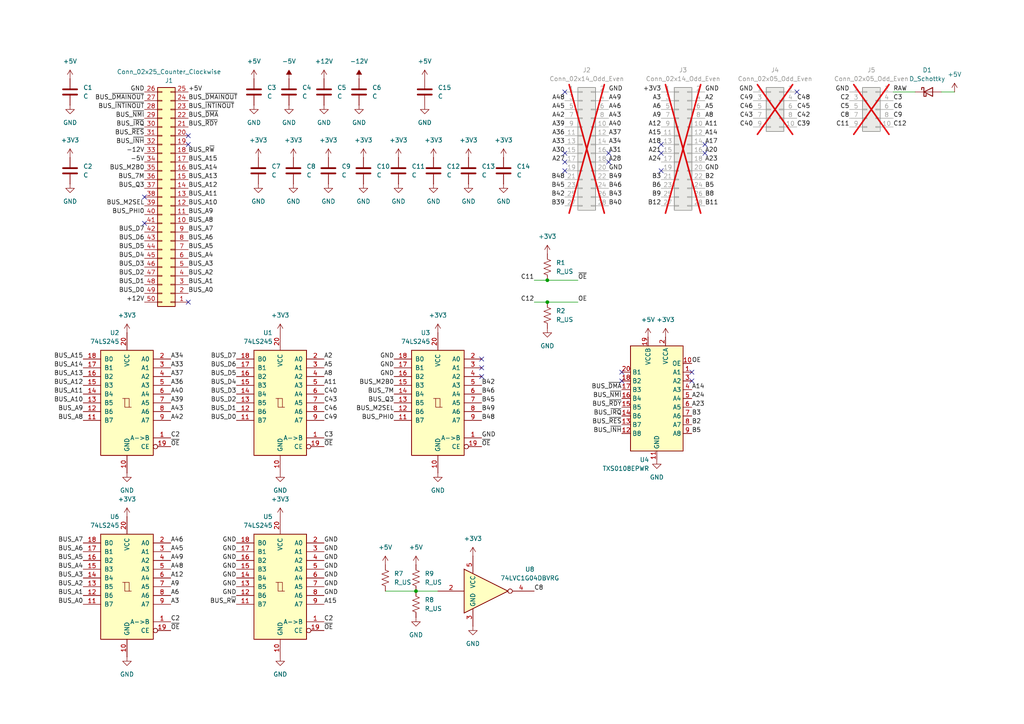
<source format=kicad_sch>
(kicad_sch (version 20231120) (generator "eeschema") (generator_version "8.0")
  (paper "A4")
  (lib_symbols
    (symbol "74xGxx:74LVC1G04"
      (property "Reference" "U" (at 0 7.62 0))
      (property "Value" "74LVC1G04" (at 5.08 -7.62 0))
      (symbol "74LVC1G04_1_1"
        (pin input line (at -15.24 0 0) (length 7.62) (name "~") (number "2"))
        (pin power_in line (at -5.08 -10.16 90) (length 5.08) (name "GND") (number "3"))
        (pin output inverted (at 12.7 0 180) (length 7.62) (name "~") (number "4"))
        (pin power_in line (at -5.08 10.16 270) (length 5.08) (name "VCC") (number "5"))
      )
    )
    (symbol "74xx:74LS245" (pin_names (offset 1.016))
      (property "Reference" "U" (at -7.62 16.51 0))
      (property "Value" "74LS245" (at -7.62 -16.51 0))
      (symbol "74LS245_1_0"
        (pin input line (at -12.7 -10.16 0) (length 5.08) (name "A->B") (number "1"))
        (pin power_in line (at 0 -20.32 90) (length 5.08) (name "GND") (number "10"))
        (pin tri_state line (at 12.7 -5.08 180) (length 5.08) (name "B7") (number "11"))
        (pin tri_state line (at 12.7 -2.54 180) (length 5.08) (name "B6") (number "12"))
        (pin tri_state line (at 12.7 0 180) (length 5.08) (name "B5") (number "13"))
        (pin tri_state line (at 12.7 2.54 180) (length 5.08) (name "B4") (number "14"))
        (pin tri_state line (at 12.7 5.08 180) (length 5.08) (name "B3") (number "15"))
        (pin tri_state line (at 12.7 7.62 180) (length 5.08) (name "B2") (number "16"))
        (pin tri_state line (at 12.7 10.16 180) (length 5.08) (name "B1") (number "17"))
        (pin tri_state line (at 12.7 12.7 180) (length 5.08) (name "B0") (number "18"))
        (pin input inverted (at -12.7 -12.7 0) (length 5.08) (name "CE") (number "19"))
        (pin tri_state line (at -12.7 12.7 0) (length 5.08) (name "A0") (number "2"))
        (pin power_in line (at 0 20.32 270) (length 5.08) (name "VCC") (number "20"))
        (pin tri_state line (at -12.7 10.16 0) (length 5.08) (name "A1") (number "3"))
        (pin tri_state line (at -12.7 7.62 0) (length 5.08) (name "A2") (number "4"))
        (pin tri_state line (at -12.7 5.08 0) (length 5.08) (name "A3") (number "5"))
        (pin tri_state line (at -12.7 2.54 0) (length 5.08) (name "A4") (number "6"))
        (pin tri_state line (at -12.7 0 0) (length 5.08) (name "A5") (number "7"))
        (pin tri_state line (at -12.7 -2.54 0) (length 5.08) (name "A6") (number "8"))
        (pin tri_state line (at -12.7 -5.08 0) (length 5.08) (name "A7") (number "9"))
      )
    )
    (symbol "Connector_Generic:Conn_02x05_Odd_Even" (pin_names (offset 1.016) hide)
      (property "Reference" "J" (at 1.27 7.62 0))
      (property "Value" "Conn_02x05_Odd_Even" (at 1.27 -7.62 0))
      (symbol "Conn_02x05_Odd_Even_1_1"
        (pin passive line (at -5.08 5.08 0) (length 3.81) (name "Pin_1") (number "1"))
        (pin passive line (at 7.62 -5.08 180) (length 3.81) (name "Pin_10") (number "10"))
        (pin passive line (at 7.62 5.08 180) (length 3.81) (name "Pin_2") (number "2"))
        (pin passive line (at -5.08 2.54 0) (length 3.81) (name "Pin_3") (number "3"))
        (pin passive line (at 7.62 2.54 180) (length 3.81) (name "Pin_4") (number "4"))
        (pin passive line (at -5.08 0 0) (length 3.81) (name "Pin_5") (number "5"))
        (pin passive line (at 7.62 0 180) (length 3.81) (name "Pin_6") (number "6"))
        (pin passive line (at -5.08 -2.54 0) (length 3.81) (name "Pin_7") (number "7"))
        (pin passive line (at 7.62 -2.54 180) (length 3.81) (name "Pin_8") (number "8"))
        (pin passive line (at -5.08 -5.08 0) (length 3.81) (name "Pin_9") (number "9"))
      )
    )
    (symbol "Connector_Generic:Conn_02x14_Odd_Even" (pin_names (offset 1.016) hide)
      (property "Reference" "J" (at 1.27 17.78 0))
      (property "Value" "Conn_02x14_Odd_Even" (at 1.27 -20.32 0))
      (symbol "Conn_02x14_Odd_Even_1_1"
        (pin passive line (at -5.08 15.24 0) (length 3.81) (name "Pin_1") (number "1"))
        (pin passive line (at 7.62 5.08 180) (length 3.81) (name "Pin_10") (number "10"))
        (pin passive line (at -5.08 2.54 0) (length 3.81) (name "Pin_11") (number "11"))
        (pin passive line (at 7.62 2.54 180) (length 3.81) (name "Pin_12") (number "12"))
        (pin passive line (at -5.08 0 0) (length 3.81) (name "Pin_13") (number "13"))
        (pin passive line (at 7.62 0 180) (length 3.81) (name "Pin_14") (number "14"))
        (pin passive line (at -5.08 -2.54 0) (length 3.81) (name "Pin_15") (number "15"))
        (pin passive line (at 7.62 -2.54 180) (length 3.81) (name "Pin_16") (number "16"))
        (pin passive line (at -5.08 -5.08 0) (length 3.81) (name "Pin_17") (number "17"))
        (pin passive line (at 7.62 -5.08 180) (length 3.81) (name "Pin_18") (number "18"))
        (pin passive line (at -5.08 -7.62 0) (length 3.81) (name "Pin_19") (number "19"))
        (pin passive line (at 7.62 15.24 180) (length 3.81) (name "Pin_2") (number "2"))
        (pin passive line (at 7.62 -7.62 180) (length 3.81) (name "Pin_20") (number "20"))
        (pin passive line (at -5.08 -10.16 0) (length 3.81) (name "Pin_21") (number "21"))
        (pin passive line (at 7.62 -10.16 180) (length 3.81) (name "Pin_22") (number "22"))
        (pin passive line (at -5.08 -12.7 0) (length 3.81) (name "Pin_23") (number "23"))
        (pin passive line (at 7.62 -12.7 180) (length 3.81) (name "Pin_24") (number "24"))
        (pin passive line (at -5.08 -15.24 0) (length 3.81) (name "Pin_25") (number "25"))
        (pin passive line (at 7.62 -15.24 180) (length 3.81) (name "Pin_26") (number "26"))
        (pin passive line (at -5.08 -17.78 0) (length 3.81) (name "Pin_27") (number "27"))
        (pin passive line (at 7.62 -17.78 180) (length 3.81) (name "Pin_28") (number "28"))
        (pin passive line (at -5.08 12.7 0) (length 3.81) (name "Pin_3") (number "3"))
        (pin passive line (at 7.62 12.7 180) (length 3.81) (name "Pin_4") (number "4"))
        (pin passive line (at -5.08 10.16 0) (length 3.81) (name "Pin_5") (number "5"))
        (pin passive line (at 7.62 10.16 180) (length 3.81) (name "Pin_6") (number "6"))
        (pin passive line (at -5.08 7.62 0) (length 3.81) (name "Pin_7") (number "7"))
        (pin passive line (at 7.62 7.62 180) (length 3.81) (name "Pin_8") (number "8"))
        (pin passive line (at -5.08 5.08 0) (length 3.81) (name "Pin_9") (number "9"))
      )
    )
    (symbol "Connector_Generic:Conn_02x25_Counter_Clockwise" (pin_names (offset 1.016) hide)
      (property "Reference" "J" (at 1.27 33.02 0))
      (property "Value" "Conn_02x25_Counter_Clockwise" (at 1.27 -33.02 0))
      (symbol "Conn_02x25_Counter_Clockwise_1_1"
        (pin passive line (at -5.08 30.48 0) (length 3.81) (name "Pin_1") (number "1"))
        (pin passive line (at -5.08 7.62 0) (length 3.81) (name "Pin_10") (number "10"))
        (pin passive line (at -5.08 5.08 0) (length 3.81) (name "Pin_11") (number "11"))
        (pin passive line (at -5.08 2.54 0) (length 3.81) (name "Pin_12") (number "12"))
        (pin passive line (at -5.08 0 0) (length 3.81) (name "Pin_13") (number "13"))
        (pin passive line (at -5.08 -2.54 0) (length 3.81) (name "Pin_14") (number "14"))
        (pin passive line (at -5.08 -5.08 0) (length 3.81) (name "Pin_15") (number "15"))
        (pin passive line (at -5.08 -7.62 0) (length 3.81) (name "Pin_16") (number "16"))
        (pin passive line (at -5.08 -10.16 0) (length 3.81) (name "Pin_17") (number "17"))
        (pin passive line (at -5.08 -12.7 0) (length 3.81) (name "Pin_18") (number "18"))
        (pin passive line (at -5.08 -15.24 0) (length 3.81) (name "Pin_19") (number "19"))
        (pin passive line (at -5.08 27.94 0) (length 3.81) (name "Pin_2") (number "2"))
        (pin passive line (at -5.08 -17.78 0) (length 3.81) (name "Pin_20") (number "20"))
        (pin passive line (at -5.08 -20.32 0) (length 3.81) (name "Pin_21") (number "21"))
        (pin passive line (at -5.08 -22.86 0) (length 3.81) (name "Pin_22") (number "22"))
        (pin passive line (at -5.08 -25.4 0) (length 3.81) (name "Pin_23") (number "23"))
        (pin passive line (at -5.08 -27.94 0) (length 3.81) (name "Pin_24") (number "24"))
        (pin passive line (at -5.08 -30.48 0) (length 3.81) (name "Pin_25") (number "25"))
        (pin passive line (at 7.62 -30.48 180) (length 3.81) (name "Pin_26") (number "26"))
        (pin passive line (at 7.62 -27.94 180) (length 3.81) (name "Pin_27") (number "27"))
        (pin passive line (at 7.62 -25.4 180) (length 3.81) (name "Pin_28") (number "28"))
        (pin passive line (at 7.62 -22.86 180) (length 3.81) (name "Pin_29") (number "29"))
        (pin passive line (at -5.08 25.4 0) (length 3.81) (name "Pin_3") (number "3"))
        (pin passive line (at 7.62 -20.32 180) (length 3.81) (name "Pin_30") (number "30"))
        (pin passive line (at 7.62 -17.78 180) (length 3.81) (name "Pin_31") (number "31"))
        (pin passive line (at 7.62 -15.24 180) (length 3.81) (name "Pin_32") (number "32"))
        (pin passive line (at 7.62 -12.7 180) (length 3.81) (name "Pin_33") (number "33"))
        (pin passive line (at 7.62 -10.16 180) (length 3.81) (name "Pin_34") (number "34"))
        (pin passive line (at 7.62 -7.62 180) (length 3.81) (name "Pin_35") (number "35"))
        (pin passive line (at 7.62 -5.08 180) (length 3.81) (name "Pin_36") (number "36"))
        (pin passive line (at 7.62 -2.54 180) (length 3.81) (name "Pin_37") (number "37"))
        (pin passive line (at 7.62 0 180) (length 3.81) (name "Pin_38") (number "38"))
        (pin passive line (at 7.62 2.54 180) (length 3.81) (name "Pin_39") (number "39"))
        (pin passive line (at -5.08 22.86 0) (length 3.81) (name "Pin_4") (number "4"))
        (pin passive line (at 7.62 5.08 180) (length 3.81) (name "Pin_40") (number "40"))
        (pin passive line (at 7.62 7.62 180) (length 3.81) (name "Pin_41") (number "41"))
        (pin passive line (at 7.62 10.16 180) (length 3.81) (name "Pin_42") (number "42"))
        (pin passive line (at 7.62 12.7 180) (length 3.81) (name "Pin_43") (number "43"))
        (pin passive line (at 7.62 15.24 180) (length 3.81) (name "Pin_44") (number "44"))
        (pin passive line (at 7.62 17.78 180) (length 3.81) (name "Pin_45") (number "45"))
        (pin passive line (at 7.62 20.32 180) (length 3.81) (name "Pin_46") (number "46"))
        (pin passive line (at 7.62 22.86 180) (length 3.81) (name "Pin_47") (number "47"))
        (pin passive line (at 7.62 25.4 180) (length 3.81) (name "Pin_48") (number "48"))
        (pin passive line (at 7.62 27.94 180) (length 3.81) (name "Pin_49") (number "49"))
        (pin passive line (at -5.08 20.32 0) (length 3.81) (name "Pin_5") (number "5"))
        (pin passive line (at 7.62 30.48 180) (length 3.81) (name "Pin_50") (number "50"))
        (pin passive line (at -5.08 17.78 0) (length 3.81) (name "Pin_6") (number "6"))
        (pin passive line (at -5.08 15.24 0) (length 3.81) (name "Pin_7") (number "7"))
        (pin passive line (at -5.08 12.7 0) (length 3.81) (name "Pin_8") (number "8"))
        (pin passive line (at -5.08 10.16 0) (length 3.81) (name "Pin_9") (number "9"))
      )
    )
    (symbol "Device:C" (pin_numbers hide) (pin_names (offset 0.254))
      (property "Reference" "C" (at 0.635 2.54 0))
      (property "Value" "C" (at 0.635 -2.54 0))
      (symbol "C_1_1"
        (pin passive line (at 0 3.81 270) (length 2.794) (name "~") (number "1"))
        (pin passive line (at 0 -3.81 90) (length 2.794) (name "~") (number "2"))
      )
    )
    (symbol "Device:D_Schottky" (pin_numbers hide) (pin_names (offset 1.016) hide)
      (property "Reference" "D" (at 0 2.54 0))
      (property "Value" "D_Schottky" (at 0 -2.54 0))
      (symbol "D_Schottky_1_1"
        (pin passive line (at -3.81 0 0) (length 2.54) (name "K") (number "1"))
        (pin passive line (at 3.81 0 180) (length 2.54) (name "A") (number "2"))
      )
    )
    (symbol "Device:R_US" (pin_numbers hide) (pin_names (offset 0))
      (property "Reference" "R" (at 2.54 0 90))
      (property "Value" "R_US" (at -2.54 0 90))
      (symbol "R_US_1_1"
        (pin passive line (at 0 3.81 270) (length 1.27) (name "~") (number "1"))
        (pin passive line (at 0 -3.81 90) (length 1.27) (name "~") (number "2"))
      )
    )
    (symbol "Logic_LevelTranslator:TXS0108EPW"
      (property "Reference" "U" (at -6.35 16.51 0))
      (property "Value" "TXS0108EPW" (at 3.81 16.51 0))
      (symbol "TXS0108EPW_1_1"
        (pin bidirectional line (at -10.16 7.62 0) (length 2.54) (name "A1") (number "1"))
        (pin input line (at -10.16 10.16 0) (length 2.54) (name "OE") (number "10"))
        (pin power_in line (at 0 -17.78 90) (length 2.54) (name "GND") (number "11"))
        (pin bidirectional line (at 10.16 -10.16 180) (length 2.54) (name "B8") (number "12"))
        (pin bidirectional line (at 10.16 -7.62 180) (length 2.54) (name "B7") (number "13"))
        (pin bidirectional line (at 10.16 -5.08 180) (length 2.54) (name "B6") (number "14"))
        (pin bidirectional line (at 10.16 -2.54 180) (length 2.54) (name "B5") (number "15"))
        (pin bidirectional line (at 10.16 0 180) (length 2.54) (name "B4") (number "16"))
        (pin bidirectional line (at 10.16 2.54 180) (length 2.54) (name "B3") (number "17"))
        (pin bidirectional line (at 10.16 5.08 180) (length 2.54) (name "B2") (number "18"))
        (pin power_in line (at 2.54 17.78 270) (length 2.54) (name "VCCB") (number "19"))
        (pin power_in line (at -2.54 17.78 270) (length 2.54) (name "VCCA") (number "2"))
        (pin bidirectional line (at 10.16 7.62 180) (length 2.54) (name "B1") (number "20"))
        (pin bidirectional line (at -10.16 5.08 0) (length 2.54) (name "A2") (number "3"))
        (pin bidirectional line (at -10.16 2.54 0) (length 2.54) (name "A3") (number "4"))
        (pin bidirectional line (at -10.16 0 0) (length 2.54) (name "A4") (number "5"))
        (pin bidirectional line (at -10.16 -2.54 0) (length 2.54) (name "A5") (number "6"))
        (pin bidirectional line (at -10.16 -5.08 0) (length 2.54) (name "A6") (number "7"))
        (pin bidirectional line (at -10.16 -7.62 0) (length 2.54) (name "A7") (number "8"))
        (pin bidirectional line (at -10.16 -10.16 0) (length 2.54) (name "A8") (number "9"))
      )
    )
    (symbol "power:+12V" (power) (pin_numbers hide) (pin_names (offset 0) hide)
      (property "Value" "+12V" (at 0 3.556 0))
      (symbol "+12V_1_1"
        (pin power_in line (at 0 0 90) (length 0) (name "~") (number "1"))
      )
    )
    (symbol "power:+3V3" (power) (pin_numbers hide) (pin_names (offset 0) hide)
      (property "Value" "+3V3" (at 0 3.556 0))
      (symbol "+3V3_1_1"
        (pin power_in line (at 0 0 90) (length 0) (name "~") (number "1"))
      )
    )
    (symbol "power:+5V" (power) (pin_numbers hide) (pin_names (offset 0) hide)
      (property "Value" "+5V" (at 0 3.556 0))
      (symbol "+5V_1_1"
        (pin power_in line (at 0 0 90) (length 0) (name "~") (number "1"))
      )
    )
    (symbol "power:-12V" (power) (pin_numbers hide) (pin_names (offset 0) hide)
      (property "Value" "-12V" (at 0 3.556 0))
      (symbol "-12V_0_0"
        (pin power_in line (at 0 0 90) (length 0) (name "~") (number "1"))
      )
    )
    (symbol "power:-5V" (power) (pin_numbers hide) (pin_names (offset 0) hide)
      (property "Value" "-5V" (at 0 3.556 0))
      (symbol "-5V_0_0"
        (pin power_in line (at 0 0 90) (length 0) (name "~") (number "1"))
      )
    )
    (symbol "power:GND" (power) (pin_numbers hide) (pin_names (offset 0) hide)
      (property "Value" "GND" (at 0 -3.81 0))
      (symbol "GND_1_1"
        (pin power_in line (at 0 0 270) (length 0) (name "~") (number "1"))
      )
    )
  )
  (junction (at 158.75 81.28))
  (junction (at 158.75 87.63))
  (junction (at 120.65 171.45))
  (no_connect (at 191.77 41.91))
  (no_connect (at 163.83 49.53))
  (no_connect (at 231.14 26.67))
  (no_connect (at 204.47 41.91))
  (no_connect (at 180.34 110.49))
  (no_connect (at 139.7 106.68))
  (no_connect (at 200.66 107.95))
  (no_connect (at 54.61 39.37))
  (no_connect (at 200.66 110.49))
  (no_connect (at 54.61 41.91))
  (no_connect (at 180.34 107.95))
  (no_connect (at 139.7 104.14))
  (no_connect (at 163.83 46.99))
  (no_connect (at 163.83 26.67))
  (no_connect (at 204.47 44.45))
  (no_connect (at 191.77 44.45))
  (no_connect (at 41.91 57.15))
  (no_connect (at 41.91 64.77))
  (no_connect (at 176.53 44.45))
  (no_connect (at 139.7 109.22))
  (no_connect (at 163.83 44.45))
  (no_connect (at 54.61 87.63))
  (no_connect (at 191.77 49.53))
  (no_connect (at 176.53 46.99))
  (wire (pts (xy 154.94 81.28) (xy 158.75 81.28)))
  (wire (pts (xy 276.86 26.67) (xy 273.05 26.67)))
  (wire (pts (xy 158.75 81.28) (xy 167.64 81.28)))
  (wire (pts (xy 111.76 171.45) (xy 120.65 171.45)))
  (wire (pts (xy 158.75 87.63) (xy 167.64 87.63)))
  (wire (pts (xy 154.94 87.63) (xy 158.75 87.63)))
  (wire (pts (xy 265.43 26.67) (xy 259.08 26.67)))
  (wire (pts (xy 120.65 171.45) (xy 127 171.45)))
  (label "BUS_A8" (at 24.13 121.92 180))
  (label "A48" (at 49.53 165.1 0))
  (label "A24" (at 200.66 115.57 0))
  (label "GND" (at 204.47 49.53 0))
  (label "GND" (at 68.58 167.64 180))
  (label "A40" (at 49.53 114.3 0))
  (label "C3" (at 259.08 29.21 0))
  (label "A46" (at 176.53 31.75 0))
  (label "BUS_A8" (at 54.61 64.77 0))
  (label "C39" (at 231.14 36.83 0))
  (label "C43" (at 218.44 34.29 180))
  (label "GND" (at 93.98 160.02 0))
  (label "GND" (at 176.53 26.67 0))
  (label "A36" (at 49.53 111.76 0))
  (label "C3" (at 93.98 127 0))
  (label "A39" (at 49.53 116.84 0))
  (label "BUS_A11" (at 24.13 114.3 180))
  (label "A11" (at 204.47 36.83 0))
  (label "BUS_~{DMAINOUT}" (at 41.91 29.21 180))
  (label "B43" (at 176.53 57.15 0))
  (label "BUS_A10" (at 24.13 116.84 180))
  (label "GND" (at 204.47 26.67 0))
  (label "BUS_D5" (at 68.58 109.22 180))
  (label "B11" (at 204.47 59.69 0))
  (label "BUS_Q3" (at 41.91 54.61 180))
  (label "BUS_R~{W}" (at 54.61 44.45 0))
  (label "A33" (at 163.83 41.91 180))
  (label "C2" (at 49.53 127 0))
  (label "BUS_D4" (at 41.91 74.93 180))
  (label "C46" (at 93.98 119.38 0))
  (label "BUS_A4" (at 54.61 74.93 0))
  (label "BUS_A7" (at 24.13 157.48 180))
  (label "BUS_PHI0" (at 41.91 62.23 180))
  (label "A31" (at 176.53 44.45 0))
  (label "BUS_R~{W}" (at 68.58 175.26 180))
  (label "B8" (at 204.47 57.15 0))
  (label "A23" (at 200.66 118.11 0))
  (label "BUS_~{INH}" (at 41.91 41.91 180))
  (label "B46" (at 139.7 114.3 0))
  (label "BUS_~{RDY}" (at 54.61 36.83 0))
  (label "GND" (at 68.58 157.48 180))
  (label "C2" (at 246.38 29.21 180))
  (label "BUS_A4" (at 24.13 165.1 180))
  (label "BUS_D7" (at 41.91 67.31 180))
  (label "BUS_D2" (at 41.91 80.01 180))
  (label "BUS_A1" (at 24.13 172.72 180))
  (label "C11" (at 246.38 36.83 180))
  (label "B49" (at 176.53 52.07 0))
  (label "A43" (at 176.53 34.29 0))
  (label "OE" (at 167.64 87.63 0))
  (label "A2" (at 93.98 104.14 0))
  (label "A36" (at 163.83 39.37 180))
  (label "BUS_M2SEL" (at 114.3 119.38 180))
  (label "C2" (at 93.98 180.34 0))
  (label "BUS_A0" (at 54.61 85.09 0))
  (label "A3" (at 191.77 29.21 180))
  (label "BUS_~{DMAINOUT}" (at 54.61 29.21 0))
  (label "GND" (at 114.3 109.22 180))
  (label "A14" (at 204.47 39.37 0))
  (label "-12V" (at 41.91 44.45 180))
  (label "BUS_A5" (at 24.13 162.56 180))
  (label "A39" (at 163.83 36.83 180))
  (label "BUS_A2" (at 24.13 170.18 180))
  (label "B42" (at 139.7 111.76 0))
  (label "BUS_PHI0" (at 114.3 121.92 180))
  (label "A2" (at 204.47 29.21 0))
  (label "A12" (at 191.77 36.83 180))
  (label "A18" (at 191.77 41.91 180))
  (label "GND" (at 93.98 157.48 0))
  (label "BUS_D4" (at 68.58 111.76 180))
  (label "A5" (at 204.47 31.75 0))
  (label "A9" (at 49.53 170.18 0))
  (label "A21" (at 191.77 44.45 180))
  (label "BUS_A13" (at 54.61 52.07 0))
  (label "A49" (at 176.53 29.21 0))
  (label "C12" (at 259.08 36.83 0))
  (label "BUS_A10" (at 54.61 59.69 0))
  (label "B5" (at 200.66 125.73 0))
  (label "A23" (at 204.47 46.99 0))
  (label "BUS_~{IRQ}" (at 41.91 36.83 180))
  (label "A15" (at 93.98 175.26 0))
  (label "BUS_D0" (at 41.91 85.09 180))
  (label "BUS_A15" (at 54.61 46.99 0))
  (label "OE" (at 200.66 105.41 0))
  (label "B3" (at 200.66 120.65 0))
  (label "A11" (at 93.98 111.76 0))
  (label "A28" (at 176.53 46.99 0))
  (label "C8" (at 246.38 34.29 180))
  (label "GND" (at 218.44 26.67 180))
  (label "C40" (at 93.98 114.3 0))
  (label "B48" (at 139.7 121.92 0))
  (label "A42" (at 49.53 121.92 0))
  (label "A45" (at 49.53 160.02 0))
  (label "A12" (at 49.53 167.64 0))
  (label "BUS_D3" (at 41.91 77.47 180))
  (label "A6" (at 191.77 31.75 180))
  (label "BUS_A14" (at 54.61 49.53 0))
  (label "B45" (at 139.7 116.84 0))
  (label "A8" (at 204.47 34.29 0))
  (label "A20" (at 204.47 44.45 0))
  (label "GND" (at 68.58 162.56 180))
  (label "A5" (at 93.98 106.68 0))
  (label "BUS_M2B0" (at 41.91 49.53 180))
  (label "A43" (at 49.53 119.38 0))
  (label "B2" (at 200.66 123.19 0))
  (label "B49" (at 139.7 119.38 0))
  (label "A37" (at 49.53 109.22 0))
  (label "C5" (at 246.38 31.75 180))
  (label "BUS_Q3" (at 114.3 116.84 180))
  (label "GND" (at 68.58 170.18 180))
  (label "BUS_A0" (at 24.13 175.26 180))
  (label "+12V" (at 41.91 87.63 180))
  (label "BUS_~{INTINOUT}" (at 54.61 31.75 0))
  (label "A34" (at 49.53 104.14 0))
  (label "A17" (at 204.47 41.91 0))
  (label "C48" (at 231.14 29.21 0))
  (label "A3" (at 49.53 175.26 0))
  (label "GND" (at 68.58 165.1 180))
  (label "BUS_D2" (at 68.58 116.84 180))
  (label "A24" (at 191.77 46.99 180))
  (label "B9" (at 191.77 57.15 180))
  (label "B3" (at 191.77 52.07 180))
  (label "B48" (at 163.83 52.07 180))
  (label "BUS_~{RES}" (at 41.91 39.37 180))
  (label "+5V" (at 54.61 26.67 0))
  (label "GND" (at 139.7 127 0))
  (label "BUS_A6" (at 24.13 160.02 180))
  (label "A27" (at 163.83 46.99 180))
  (label "B12" (at 191.77 59.69 180))
  (label "A34" (at 176.53 41.91 0))
  (label "B42" (at 163.83 57.15 180))
  (label "BUS_D3" (at 68.58 114.3 180))
  (label "C45" (at 231.14 31.75 0))
  (label "A8" (at 93.98 109.22 0))
  (label "A30" (at 163.83 44.45 180))
  (label "BUS_A9" (at 24.13 119.38 180))
  (label "C6" (at 259.08 31.75 0))
  (label "BUS_A12" (at 24.13 111.76 180))
  (label "A46" (at 49.53 157.48 0))
  (label "BUS_~{INH}" (at 180.34 125.73 180))
  (label "~{OE}" (at 49.53 129.54 0))
  (label "~{OE}" (at 167.64 81.28 0))
  (label "C8" (at 154.94 171.45 0))
  (label "C49" (at 218.44 29.21 180))
  (label "BUS_D7" (at 68.58 104.14 180))
  (label "BUS_A5" (at 54.61 72.39 0))
  (label "BUS_D6" (at 68.58 106.68 180))
  (label "BUS_~{INTINOUT}" (at 41.91 31.75 180))
  (label "B5" (at 204.47 54.61 0))
  (label "BUS_A14" (at 24.13 106.68 180))
  (label "BUS_M2SEL" (at 41.91 59.69 180))
  (label "BUS_A6" (at 54.61 69.85 0))
  (label "C11" (at 154.94 81.28 180))
  (label "B39" (at 163.83 59.69 180))
  (label "B45" (at 163.83 54.61 180))
  (label "A45" (at 163.83 31.75 180))
  (label "A42" (at 163.83 34.29 180))
  (label "BUS_~{NMI}" (at 180.34 115.57 180))
  (label "BUS_~{RDY}" (at 180.34 118.11 180))
  (label "GND" (at 93.98 162.56 0))
  (label "A49" (at 49.53 162.56 0))
  (label "C43" (at 93.98 116.84 0))
  (label "GND" (at 176.53 49.53 0))
  (label "RAW" (at 259.08 26.67 0))
  (label "A37" (at 176.53 39.37 0))
  (label "BUS_A2" (at 54.61 80.01 0))
  (label "BUS_D5" (at 41.91 72.39 180))
  (label "C9" (at 259.08 34.29 0))
  (label "GND" (at 93.98 170.18 0))
  (label "~{OE}" (at 93.98 129.54 0))
  (label "C12" (at 154.94 87.63 180))
  (label "BUS_~{DMA}" (at 54.61 34.29 0))
  (label "GND" (at 114.3 104.14 180))
  (label "BUS_D0" (at 68.58 121.92 180))
  (label "B2" (at 204.47 52.07 0))
  (label "GND" (at 246.38 26.67 180))
  (label "B46" (at 176.53 54.61 0))
  (label "BUS_~{NMI}" (at 41.91 34.29 180))
  (label "BUS_A15" (at 24.13 104.14 180))
  (label "GND" (at 68.58 160.02 180))
  (label "+3V3" (at 191.77 26.67 180))
  (label "A15" (at 191.77 39.37 180))
  (label "GND" (at 93.98 165.1 0))
  (label "BUS_D6" (at 41.91 69.85 180))
  (label "A48" (at 163.83 29.21 180))
  (label "BUS_A7" (at 54.61 67.31 0))
  (label "GND" (at 114.3 106.68 180))
  (label "-5V" (at 41.91 46.99 180))
  (label "A40" (at 176.53 36.83 0))
  (label "A14" (at 200.66 113.03 0))
  (label "B6" (at 191.77 54.61 180))
  (label "BUS_A11" (at 54.61 57.15 0))
  (label "B40" (at 176.53 59.69 0))
  (label "BUS_A13" (at 24.13 109.22 180))
  (label "C40" (at 218.44 36.83 180))
  (label "GND" (at 41.91 26.67 180))
  (label "C2" (at 49.53 180.34 0))
  (label "~{OE}" (at 139.7 129.54 0))
  (label "BUS_A1" (at 54.61 82.55 0))
  (label "BUS_7M" (at 114.3 114.3 180))
  (label "A33" (at 49.53 106.68 0))
  (label "A9" (at 191.77 34.29 180))
  (label "~{OE}" (at 93.98 182.88 0))
  (label "BUS_D1" (at 41.91 82.55 180))
  (label "BUS_A12" (at 54.61 54.61 0))
  (label "C46" (at 218.44 31.75 180))
  (label "GND" (at 93.98 172.72 0))
  (label "BUS_~{DMA}" (at 180.34 113.03 180))
  (label "GND" (at 93.98 167.64 0))
  (label "BUS_~{IRQ}" (at 180.34 120.65 180))
  (label "A6" (at 49.53 172.72 0))
  (label "GND" (at 68.58 172.72 180))
  (label "C49" (at 93.98 121.92 0))
  (label "BUS_M2B0" (at 114.3 111.76 180))
  (label "BUS_D1" (at 68.58 119.38 180))
  (label "~{OE}" (at 49.53 182.88 0))
  (label "BUS_~{RES}" (at 180.34 123.19 180))
  (label "C42" (at 231.14 34.29 0))
  (label "BUS_A3" (at 54.61 77.47 0))
  (label "BUS_A9" (at 54.61 62.23 0))
  (label "BUS_A3" (at 24.13 167.64 180))
  (label "BUS_7M" (at 41.91 52.07 180))
  (symbol (lib_id "power:+3V3") (at 81.28 96.52 0) (unit 1)
    (property "Reference" "#PWR045" (effects (hide yes)))
    (property "Value" "+3V3" (at 81.28 91.44 0))
    (property "Description" "Power symbol creates a global label with name \"+3V3\"" (effects (hide yes)))
  )
  (symbol (lib_id "power:+3V3") (at 135.89 45.72 0) (unit 1)
    (property "Reference" "#PWR020" (effects (hide yes)))
    (property "Value" "+3V3" (at 135.89 40.64 0))
    (property "Description" "Power symbol creates a global label with name \"+3V3\"" (effects (hide yes)))
  )
  (symbol (lib_id "power:GND") (at 81.28 190.5 0) (unit 1)
    (property "Reference" "#PWR058" (effects (hide yes)))
    (property "Value" "GND" (at 81.28 195.58 0))
    (property "Description" "Power symbol creates a global label with name \"GND\" , ground" (effects (hide yes)))
  )
  (symbol (lib_id "power:+3V3") (at 146.05 45.72 0) (unit 1)
    (property "Reference" "#PWR024" (effects (hide yes)))
    (property "Value" "+3V3" (at 146.05 40.64 0))
    (property "Description" "Power symbol creates a global label with name \"+3V3\"" (effects (hide yes)))
  )
  (symbol (lib_id "74xGxx:74LVC1G04") (at 142.24 171.45 0) (unit 1)
    (property "Reference" "U8" (at 153.67 165.1314 0))
    (property "Value" "74LVC1G04DBVRG" (at 153.67 167.6714 0))
    (property "Footprint" "Package_TO_SOT_SMD:SOT-23-5" (effects (hide yes)))
    (property "Datasheet" "https://www.ti.com/lit/ds/symlink/sn74lvc1g04.pdf" (effects (hide yes)))
    (property "Description" "Single NOT Gate, Low-Voltage CMOS" (effects (hide yes)))
    (property "JCSC" "C7827" (effects (hide yes)))
  )
  (symbol (lib_id "74xx:74LS245") (at 81.28 116.84 0) (mirror y) (unit 1)
    (property "Reference" "U1" (at 79.0859 96.52 0) (effects (justify left)))
    (property "Value" "74LS245" (at 79.0859 99.06 0) (effects (justify left)))
    (property "Footprint" "Package_SO:TSSOP-20_4.4x6.5mm_P0.65mm" (effects (hide yes)))
    (property "Datasheet" "http://www.ti.com/lit/gpn/sn74LS245" (effects (hide yes)))
    (property "Description" "Octal BUS Transceivers, 3-State outputs" (effects (hide yes)))
    (property "LCSC" "C6082" (effects (hide yes)))
  )
  (symbol (lib_id "power:+3V3") (at 125.73 45.72 0) (unit 1)
    (property "Reference" "#PWR018" (effects (hide yes)))
    (property "Value" "+3V3" (at 125.73 40.64 0))
    (property "Description" "Power symbol creates a global label with name \"+3V3\"" (effects (hide yes)))
  )
  (symbol (lib_id "power:GND") (at 81.28 137.16 0) (unit 1)
    (property "Reference" "#PWR053" (effects (hide yes)))
    (property "Value" "GND" (at 81.28 142.24 0))
    (property "Description" "Power symbol creates a global label with name \"GND\" , ground" (effects (hide yes)))
  )
  (symbol (lib_id "Device:C") (at 105.41 49.53 0) (unit 1)
    (property "Reference" "C10" (at 109.22 48.2599 0) (effects (justify left)))
    (property "Value" "C" (at 109.22 50.7999 0) (effects (justify left)))
    (property "Footprint" "Capacitor_SMD:C_0402_1005Metric" (effects (hide yes)))
    (property "Description" "Unpolarized capacitor" (effects (hide yes)))
    (property "LCSC" "C77020" (effects (hide yes)))
  )
  (symbol (lib_id "Device:D_Schottky") (at 269.24 26.67 0) (unit 1)
    (property "Reference" "D1" (at 268.9225 20.32 0))
    (property "Value" "D_Schottky" (at 268.9225 22.86 0))
    (property "Footprint" "Diode_SMD:Nexperia_CFP3_SOD-123W" (effects (hide yes)))
    (property "Description" "Schottky diode" (effects (hide yes)))
    (property "LCSC" "C82288" (effects (hide yes)))
  )
  (symbol (lib_id "power:+5V") (at 20.32 22.86 0) (unit 1)
    (property "Reference" "#PWR060" (effects (hide yes)))
    (property "Value" "+5V" (at 20.32 17.78 0))
    (property "Description" "Power symbol creates a global label with name \"+5V\"" (effects (hide yes)))
  )
  (symbol (lib_id "power:GND") (at 95.25 53.34 0) (unit 1)
    (property "Reference" "#PWR08" (effects (hide yes)))
    (property "Value" "GND" (at 95.25 58.42 0))
    (property "Description" "Power symbol creates a global label with name \"GND\" , ground" (effects (hide yes)))
  )
  (symbol (lib_id "power:+3V3") (at 74.93 45.72 0) (unit 1)
    (property "Reference" "#PWR062" (effects (hide yes)))
    (property "Value" "+3V3" (at 74.93 40.64 0))
    (property "Description" "Power symbol creates a global label with name \"+3V3\"" (effects (hide yes)))
  )
  (symbol (lib_id "power:+3V3") (at 115.57 45.72 0) (unit 1)
    (property "Reference" "#PWR016" (effects (hide yes)))
    (property "Value" "+3V3" (at 115.57 40.64 0))
    (property "Description" "Power symbol creates a global label with name \"+3V3\"" (effects (hide yes)))
  )
  (symbol (lib_id "power:GND") (at 104.14 30.48 0) (unit 1)
    (property "Reference" "#PWR029" (effects (hide yes)))
    (property "Value" "GND" (at 104.14 35.56 0))
    (property "Description" "Power symbol creates a global label with name \"GND\" , ground" (effects (hide yes)))
  )
  (symbol (lib_id "power:GND") (at 146.05 53.34 0) (unit 1)
    (property "Reference" "#PWR035" (effects (hide yes)))
    (property "Value" "GND" (at 146.05 58.42 0))
    (property "Description" "Power symbol creates a global label with name \"GND\" , ground" (effects (hide yes)))
  )
  (symbol (lib_id "power:+3V3") (at 36.83 149.86 0) (unit 1)
    (property "Reference" "#PWR048" (effects (hide yes)))
    (property "Value" "+3V3" (at 36.83 144.78 0))
    (property "Description" "Power symbol creates a global label with name \"+3V3\"" (effects (hide yes)))
  )
  (symbol (lib_id "power:+3V3") (at 193.04 97.79 0) (unit 1)
    (property "Reference" "#PWR023" (effects (hide yes)))
    (property "Value" "+3V3" (at 193.04 92.71 0))
    (property "Description" "Power symbol creates a global label with name \"+3V3\"" (effects (hide yes)))
  )
  (symbol (lib_id "Device:C") (at 93.98 26.67 0) (unit 1)
    (property "Reference" "C5" (at 97.79 25.3999 0) (effects (justify left)))
    (property "Value" "C" (at 97.79 27.9399 0) (effects (justify left)))
    (property "Footprint" "Capacitor_SMD:C_0402_1005Metric" (effects (hide yes)))
    (property "Description" "Unpolarized capacitor" (effects (hide yes)))
    (property "LCSC" "C77020" (effects (hide yes)))
  )
  (symbol (lib_id "power:GND") (at 36.83 137.16 0) (unit 1)
    (property "Reference" "#PWR054" (effects (hide yes)))
    (property "Value" "GND" (at 36.83 142.24 0))
    (property "Description" "Power symbol creates a global label with name \"GND\" , ground" (effects (hide yes)))
  )
  (symbol (lib_id "Device:C") (at 95.25 49.53 0) (unit 1)
    (property "Reference" "C9" (at 99.06 48.2599 0) (effects (justify left)))
    (property "Value" "C" (at 99.06 50.7999 0) (effects (justify left)))
    (property "Footprint" "Capacitor_SMD:C_0402_1005Metric" (effects (hide yes)))
    (property "Description" "Unpolarized capacitor" (effects (hide yes)))
    (property "LCSC" "C77020" (effects (hide yes)))
  )
  (symbol (lib_id "power:+12V") (at 93.98 22.86 0) (unit 1)
    (property "Reference" "#PWR032" (effects (hide yes)))
    (property "Value" "+12V" (at 93.98 17.78 0))
    (property "Description" "Power symbol creates a global label with name \"+12V\"" (effects (hide yes)))
  )
  (symbol (lib_id "power:+3V3") (at 105.41 45.72 0) (unit 1)
    (property "Reference" "#PWR014" (effects (hide yes)))
    (property "Value" "+3V3" (at 105.41 40.64 0))
    (property "Description" "Power symbol creates a global label with name \"+3V3\"" (effects (hide yes)))
  )
  (symbol (lib_id "power:+3V3") (at 95.25 45.72 0) (unit 1)
    (property "Reference" "#PWR07" (effects (hide yes)))
    (property "Value" "+3V3" (at 95.25 40.64 0))
    (property "Description" "Power symbol creates a global label with name \"+3V3\"" (effects (hide yes)))
  )
  (symbol (lib_id "Device:C") (at 146.05 49.53 0) (unit 1)
    (property "Reference" "C14" (at 149.86 48.2599 0) (effects (justify left)))
    (property "Value" "C" (at 149.86 50.7999 0) (effects (justify left)))
    (property "Footprint" "Capacitor_SMD:C_0402_1005Metric" (effects (hide yes)))
    (property "Description" "Unpolarized capacitor" (effects (hide yes)))
    (property "LCSC" "C77020" (effects (hide yes)))
  )
  (symbol (lib_id "Device:C") (at 135.89 49.53 0) (unit 1)
    (property "Reference" "C13" (at 139.7 48.2599 0) (effects (justify left)))
    (property "Value" "C" (at 139.7 50.7999 0) (effects (justify left)))
    (property "Footprint" "Capacitor_SMD:C_0402_1005Metric" (effects (hide yes)))
    (property "Description" "Unpolarized capacitor" (effects (hide yes)))
    (property "LCSC" "C77020" (effects (hide yes)))
  )
  (symbol (lib_id "power:GND") (at 127 137.16 0) (unit 1)
    (property "Reference" "#PWR02" (effects (hide yes)))
    (property "Value" "GND" (at 127 142.24 0))
    (property "Description" "Power symbol creates a global label with name \"GND\" , ground" (effects (hide yes)))
  )
  (symbol (lib_id "power:GND") (at 120.65 179.07 0) (unit 1)
    (property "Reference" "#PWR013" (effects (hide yes)))
    (property "Value" "GND" (at 120.65 184.15 0))
    (property "Description" "Power symbol creates a global label with name \"GND\" , ground" (effects (hide yes)))
  )
  (symbol (lib_id "Device:R_US") (at 120.65 175.26 0) (unit 1)
    (property "Reference" "R8" (at 123.19 173.9899 0) (effects (justify left)))
    (property "Value" "R_US" (at 123.19 176.5299 0) (effects (justify left)))
    (property "Footprint" "Resistor_SMD:R_0402_1005Metric" (effects (hide yes)))
    (property "Description" "Resistor, US symbol" (effects (hide yes)))
    (property "LCSC" "C2991755" (effects (hide yes)))
  )
  (symbol (lib_id "Device:C") (at 20.32 26.67 0) (unit 1)
    (property "Reference" "C1" (at 24.13 25.3999 0) (effects (justify left)))
    (property "Value" "C" (at 24.13 27.9399 0) (effects (justify left)))
    (property "Footprint" "Capacitor_SMD:C_0805_2012Metric" (effects (hide yes)))
    (property "Description" "Unpolarized capacitor" (effects (hide yes)))
    (property "LCSC" "C440198" (effects (hide yes)))
  )
  (symbol (lib_id "power:GND") (at 73.66 30.48 0) (unit 1)
    (property "Reference" "#PWR026" (effects (hide yes)))
    (property "Value" "GND" (at 73.66 35.56 0))
    (property "Description" "Power symbol creates a global label with name \"GND\" , ground" (effects (hide yes)))
  )
  (symbol (lib_id "Connector_Generic:Conn_02x05_Odd_Even") (at 251.46 31.75 0) (unit 1) (dnp yes)
    (property "Reference" "J5" (at 252.73 20.32 0))
    (property "Value" "Conn_02x05_Odd_Even" (at 252.73 22.86 0))
    (property "Footprint" "Connector_PinHeader_2.54mm:PinHeader_2x05_P2.54mm_Vertical" (effects (hide yes)))
    (property "Description" "Generic connector, double row, 02x05, odd/even pin numbering scheme (row 1 odd numbers, row 2 even numbers), script generated (kicad-library-utils/schlib/autogen/connector/)" (effects (hide yes)))
  )
  (symbol (lib_id "power:+5V") (at 73.66 22.86 0) (unit 1)
    (property "Reference" "#PWR030" (effects (hide yes)))
    (property "Value" "+5V" (at 73.66 17.78 0))
    (property "Description" "Power symbol creates a global label with name \"+5V\"" (effects (hide yes)))
  )
  (symbol (lib_id "power:GND") (at 85.09 53.34 0) (unit 1)
    (property "Reference" "#PWR05" (effects (hide yes)))
    (property "Value" "GND" (at 85.09 58.42 0))
    (property "Description" "Power symbol creates a global label with name \"GND\" , ground" (effects (hide yes)))
  )
  (symbol (lib_id "power:GND") (at 135.89 53.34 0) (unit 1)
    (property "Reference" "#PWR022" (effects (hide yes)))
    (property "Value" "GND" (at 135.89 58.42 0))
    (property "Description" "Power symbol creates a global label with name \"GND\" , ground" (effects (hide yes)))
  )
  (symbol (lib_id "power:+5V") (at 276.86 26.67 0) (unit 1)
    (property "Reference" "#PWR06" (effects (hide yes)))
    (property "Value" "+5V" (at 276.86 21.59 0))
    (property "Description" "Power symbol creates a global label with name \"+5V\"" (effects (hide yes)))
  )
  (symbol (lib_id "Device:R_US") (at 120.65 167.64 0) (unit 1)
    (property "Reference" "R9" (at 123.19 166.3699 0) (effects (justify left)))
    (property "Value" "R_US" (at 123.19 168.9099 0) (effects (justify left)))
    (property "Footprint" "Resistor_SMD:R_0402_1005Metric" (effects (hide yes)))
    (property "Description" "Resistor, US symbol" (effects (hide yes)))
    (property "LCSC" "C2991755" (effects (hide yes)))
  )
  (symbol (lib_id "Connector_Generic:Conn_02x05_Odd_Even") (at 223.52 31.75 0) (unit 1) (dnp yes)
    (property "Reference" "J4" (at 224.79 20.32 0))
    (property "Value" "Conn_02x05_Odd_Even" (at 224.79 22.86 0))
    (property "Footprint" "Connector_PinHeader_2.54mm:PinHeader_2x05_P2.54mm_Vertical" (effects (hide yes)))
    (property "Description" "Generic connector, double row, 02x05, odd/even pin numbering scheme (row 1 odd numbers, row 2 even numbers), script generated (kicad-library-utils/schlib/autogen/connector/)" (effects (hide yes)))
  )
  (symbol (lib_id "power:+5V") (at 111.76 163.83 0) (unit 1)
    (property "Reference" "#PWR011" (effects (hide yes)))
    (property "Value" "+5V" (at 111.76 158.75 0))
    (property "Description" "Power symbol creates a global label with name \"+5V\"" (effects (hide yes)))
  )
  (symbol (lib_id "power:GND") (at 105.41 53.34 0) (unit 1)
    (property "Reference" "#PWR015" (effects (hide yes)))
    (property "Value" "GND" (at 105.41 58.42 0))
    (property "Description" "Power symbol creates a global label with name \"GND\" , ground" (effects (hide yes)))
  )
  (symbol (lib_id "Device:C") (at 123.19 26.67 0) (unit 1)
    (property "Reference" "C15" (at 127 25.3999 0) (effects (justify left)))
    (property "Value" "C" (at 127 27.9399 0) (effects (justify left)))
    (property "Footprint" "Capacitor_SMD:C_0402_1005Metric" (effects (hide yes)))
    (property "Description" "Unpolarized capacitor" (effects (hide yes)))
    (property "LCSC" "C77020" (effects (hide yes)))
  )
  (symbol (lib_id "power:+3V3") (at 158.75 73.66 0) (unit 1)
    (property "Reference" "#PWR025" (effects (hide yes)))
    (property "Value" "+3V3" (at 158.75 68.58 0))
    (property "Description" "Power symbol creates a global label with name \"+3V3\"" (effects (hide yes)))
  )
  (symbol (lib_id "Device:C") (at 125.73 49.53 0) (unit 1)
    (property "Reference" "C12" (at 129.54 48.2599 0) (effects (justify left)))
    (property "Value" "C" (at 129.54 50.7999 0) (effects (justify left)))
    (property "Footprint" "Capacitor_SMD:C_0402_1005Metric" (effects (hide yes)))
    (property "Description" "Unpolarized capacitor" (effects (hide yes)))
    (property "LCSC" "C77020" (effects (hide yes)))
  )
  (symbol (lib_id "power:+3V3") (at 137.16 161.29 0) (unit 1)
    (property "Reference" "#PWR010" (effects (hide yes)))
    (property "Value" "+3V3" (at 137.16 156.21 0))
    (property "Description" "Power symbol creates a global label with name \"+3V3\"" (effects (hide yes)))
  )
  (symbol (lib_id "Connector_Generic:Conn_02x14_Odd_Even") (at 168.91 41.91 0) (unit 1) (dnp yes)
    (property "Reference" "J2" (at 170.18 20.32 0))
    (property "Value" "Conn_02x14_Odd_Even" (at 170.18 22.86 0))
    (property "Footprint" "Connector_PinHeader_2.54mm:PinHeader_2x14_P2.54mm_Vertical" (effects (hide yes)))
    (property "Description" "Generic connector, double row, 02x14, odd/even pin numbering scheme (row 1 odd numbers, row 2 even numbers), script generated (kicad-library-utils/schlib/autogen/connector/)" (effects (hide yes)))
  )
  (symbol (lib_id "Connector_Generic:Conn_02x25_Counter_Clockwise") (at 49.53 57.15 180) (unit 1)
    (property "Reference" "J1" (at 49.022 23.368 0))
    (property "Value" "Conn_02x25_Counter_Clockwise" (at 49.022 20.828 0))
    (property "Footprint" "appletini_board_v2:AppleIIBus_Edge" (effects (hide yes)))
    (property "Description" "Generic connector, double row, 02x25, counter clockwise pin numbering scheme (similar to DIP package numbering), script generated (kicad-library-utils/schlib/autogen/connector/)" (effects (hide yes)))
  )
  (symbol (lib_id "Device:R_US") (at 111.76 167.64 0) (unit 1)
    (property "Reference" "R7" (at 114.3 166.3699 0) (effects (justify left)))
    (property "Value" "R_US" (at 114.3 168.9099 0) (effects (justify left)))
    (property "Footprint" "Resistor_SMD:R_0402_1005Metric" (effects (hide yes)))
    (property "Description" "Resistor, US symbol" (effects (hide yes)))
    (property "LCSC" "C2991755" (effects (hide yes)))
  )
  (symbol (lib_id "74xx:74LS245") (at 36.83 116.84 0) (mirror y) (unit 1)
    (property "Reference" "U2" (at 34.6359 96.52 0) (effects (justify left)))
    (property "Value" "74LS245" (at 34.6359 99.06 0) (effects (justify left)))
    (property "Footprint" "Package_SO:TSSOP-20_4.4x6.5mm_P0.65mm" (effects (hide yes)))
    (property "Datasheet" "http://www.ti.com/lit/gpn/sn74LS245" (effects (hide yes)))
    (property "Description" "Octal BUS Transceivers, 3-State outputs" (effects (hide yes)))
    (property "LCSC" "C6082" (effects (hide yes)))
  )
  (symbol (lib_id "Device:R_US") (at 158.75 77.47 0) (unit 1)
    (property "Reference" "R1" (at 161.29 76.1999 0) (effects (justify left)))
    (property "Value" "R_US" (at 161.29 78.7399 0) (effects (justify left)))
    (property "Footprint" "Resistor_SMD:R_0402_1005Metric" (effects (hide yes)))
    (property "Description" "Resistor, US symbol" (effects (hide yes)))
    (property "LCSC" "C2991755" (effects (hide yes)))
  )
  (symbol (lib_id "power:GND") (at 20.32 53.34 0) (unit 1)
    (property "Reference" "#PWR057" (effects (hide yes)))
    (property "Value" "GND" (at 20.32 58.42 0))
    (property "Description" "Power symbol creates a global label with name \"GND\" , ground" (effects (hide yes)))
  )
  (symbol (lib_id "power:GND") (at 93.98 30.48 0) (unit 1)
    (property "Reference" "#PWR028" (effects (hide yes)))
    (property "Value" "GND" (at 93.98 35.56 0))
    (property "Description" "Power symbol creates a global label with name \"GND\" , ground" (effects (hide yes)))
  )
  (symbol (lib_id "power:GND") (at 158.75 95.25 0) (unit 1)
    (property "Reference" "#PWR034" (effects (hide yes)))
    (property "Value" "GND" (at 158.75 100.33 0))
    (property "Description" "Power symbol creates a global label with name \"GND\" , ground" (effects (hide yes)))
  )
  (symbol (lib_id "Logic_LevelTranslator:TXS0108EPW") (at 190.5 115.57 0) (mirror y) (unit 1)
    (property "Reference" "U4" (at 188.3059 133.35 0) (effects (justify left)))
    (property "Value" "TXS0108EPWR" (at 188.3059 135.89 0) (effects (justify left)))
    (property "Footprint" "Package_SO:TSSOP-20_4.4x6.5mm_P0.65mm" (effects (hide yes)))
    (property "Datasheet" "www.ti.com/lit/ds/symlink/txs0108e.pdf" (effects (hide yes)))
    (property "Description" "Bidirectional  level-shifting voltage translator, TSSOP-20" (effects (hide yes)))
    (property "LCSC" "C17206" (effects (hide yes)))
  )
  (symbol (lib_id "Device:C") (at 74.93 49.53 0) (unit 1)
    (property "Reference" "C7" (at 78.74 48.2599 0) (effects (justify left)))
    (property "Value" "C" (at 78.74 50.7999 0) (effects (justify left)))
    (property "Footprint" "Capacitor_SMD:C_0402_1005Metric" (effects (hide yes)))
    (property "Description" "Unpolarized capacitor" (effects (hide yes)))
    (property "LCSC" "C77020" (effects (hide yes)))
  )
  (symbol (lib_id "power:GND") (at 36.83 190.5 0) (unit 1)
    (property "Reference" "#PWR055" (effects (hide yes)))
    (property "Value" "GND" (at 36.83 195.58 0))
    (property "Description" "Power symbol creates a global label with name \"GND\" , ground" (effects (hide yes)))
  )
  (symbol (lib_id "power:GND") (at 20.32 30.48 0) (unit 1)
    (property "Reference" "#PWR061" (effects (hide yes)))
    (property "Value" "GND" (at 20.32 35.56 0))
    (property "Description" "Power symbol creates a global label with name \"GND\" , ground" (effects (hide yes)))
  )
  (symbol (lib_id "power:+3V3") (at 20.32 45.72 0) (unit 1)
    (property "Reference" "#PWR056" (effects (hide yes)))
    (property "Value" "+3V3" (at 20.32 40.64 0))
    (property "Description" "Power symbol creates a global label with name \"+3V3\"" (effects (hide yes)))
  )
  (symbol (lib_id "power:+5V") (at 187.96 97.79 0) (unit 1)
    (property "Reference" "#PWR021" (effects (hide yes)))
    (property "Value" "+5V" (at 187.96 92.71 0))
    (property "Description" "Power symbol creates a global label with name \"+5V\"" (effects (hide yes)))
  )
  (symbol (lib_id "Connector_Generic:Conn_02x14_Odd_Even") (at 196.85 41.91 0) (unit 1) (dnp yes)
    (property "Reference" "J3" (at 198.12 20.32 0))
    (property "Value" "Conn_02x14_Odd_Even" (at 198.12 22.86 0))
    (property "Footprint" "Connector_PinHeader_2.54mm:PinHeader_2x14_P2.54mm_Vertical" (effects (hide yes)))
    (property "Description" "Generic connector, double row, 02x14, odd/even pin numbering scheme (row 1 odd numbers, row 2 even numbers), script generated (kicad-library-utils/schlib/autogen/connector/)" (effects (hide yes)))
  )
  (symbol (lib_id "74xx:74LS245") (at 81.28 170.18 0) (mirror y) (unit 1)
    (property "Reference" "U5" (at 79.0859 149.86 0) (effects (justify left)))
    (property "Value" "74LS245" (at 79.0859 152.4 0) (effects (justify left)))
    (property "Footprint" "Package_SO:TSSOP-20_4.4x6.5mm_P0.65mm" (effects (hide yes)))
    (property "Datasheet" "http://www.ti.com/lit/gpn/sn74LS245" (effects (hide yes)))
    (property "Description" "Octal BUS Transceivers, 3-State outputs" (effects (hide yes)))
    (property "LCSC" "C6082" (effects (hide yes)))
  )
  (symbol (lib_id "power:+3V3") (at 85.09 45.72 0) (unit 1)
    (property "Reference" "#PWR04" (effects (hide yes)))
    (property "Value" "+3V3" (at 85.09 40.64 0))
    (property "Description" "Power symbol creates a global label with name \"+3V3\"" (effects (hide yes)))
  )
  (symbol (lib_id "power:+3V3") (at 127 96.52 0) (unit 1)
    (property "Reference" "#PWR01" (effects (hide yes)))
    (property "Value" "+3V3" (at 127 91.44 0))
    (property "Description" "Power symbol creates a global label with name \"+3V3\"" (effects (hide yes)))
  )
  (symbol (lib_id "Device:C") (at 83.82 26.67 0) (unit 1)
    (property "Reference" "C4" (at 87.63 25.3999 0) (effects (justify left)))
    (property "Value" "C" (at 87.63 27.9399 0) (effects (justify left)))
    (property "Footprint" "Capacitor_SMD:C_0402_1005Metric" (effects (hide yes)))
    (property "Description" "Unpolarized capacitor" (effects (hide yes)))
    (property "LCSC" "C77020" (effects (hide yes)))
  )
  (symbol (lib_id "power:GND") (at 137.16 181.61 0) (unit 1)
    (property "Reference" "#PWR09" (effects (hide yes)))
    (property "Value" "GND" (at 137.16 186.69 0))
    (property "Description" "Power symbol creates a global label with name \"GND\" , ground" (effects (hide yes)))
  )
  (symbol (lib_id "power:+5V") (at 120.65 163.83 0) (unit 1)
    (property "Reference" "#PWR012" (effects (hide yes)))
    (property "Value" "+5V" (at 120.65 158.75 0))
    (property "Description" "Power symbol creates a global label with name \"+5V\"" (effects (hide yes)))
  )
  (symbol (lib_id "Device:C") (at 115.57 49.53 0) (unit 1)
    (property "Reference" "C11" (at 119.38 48.2599 0) (effects (justify left)))
    (property "Value" "C" (at 119.38 50.7999 0) (effects (justify left)))
    (property "Footprint" "Capacitor_SMD:C_0402_1005Metric" (effects (hide yes)))
    (property "Description" "Unpolarized capacitor" (effects (hide yes)))
    (property "LCSC" "C77020" (effects (hide yes)))
  )
  (symbol (lib_id "power:-5V") (at 83.82 22.86 0) (unit 1)
    (property "Reference" "#PWR031" (effects (hide yes)))
    (property "Value" "-5V" (at 83.82 17.78 0))
    (property "Description" "Power symbol creates a global label with name \"-5V\"" (effects (hide yes)))
  )
  (symbol (lib_id "74xx:74LS245") (at 127 116.84 0) (mirror y) (unit 1)
    (property "Reference" "U3" (at 124.8059 96.52 0) (effects (justify left)))
    (property "Value" "74LS245" (at 124.8059 99.06 0) (effects (justify left)))
    (property "Footprint" "Package_SO:TSSOP-20_4.4x6.5mm_P0.65mm" (effects (hide yes)))
    (property "Datasheet" "http://www.ti.com/lit/gpn/sn74LS245" (effects (hide yes)))
    (property "Description" "Octal BUS Transceivers, 3-State outputs" (effects (hide yes)))
    (property "LCSC" "C6082" (effects (hide yes)))
  )
  (symbol (lib_id "power:GND") (at 74.93 53.34 0) (unit 1)
    (property "Reference" "#PWR063" (effects (hide yes)))
    (property "Value" "GND" (at 74.93 58.42 0))
    (property "Description" "Power symbol creates a global label with name \"GND\" , ground" (effects (hide yes)))
  )
  (symbol (lib_id "74xx:74LS245") (at 36.83 170.18 0) (mirror y) (unit 1)
    (property "Reference" "U6" (at 34.6359 149.86 0) (effects (justify left)))
    (property "Value" "74LS245" (at 34.6359 152.4 0) (effects (justify left)))
    (property "Footprint" "Package_SO:TSSOP-20_4.4x6.5mm_P0.65mm" (effects (hide yes)))
    (property "Datasheet" "http://www.ti.com/lit/gpn/sn74LS245" (effects (hide yes)))
    (property "Description" "Octal BUS Transceivers, 3-State outputs" (effects (hide yes)))
    (property "LCSC" "C6082" (effects (hide yes)))
  )
  (symbol (lib_id "power:+5V") (at 123.19 22.86 0) (unit 1)
    (property "Reference" "#PWR036" (effects (hide yes)))
    (property "Value" "+5V" (at 123.19 17.78 0))
    (property "Description" "Power symbol creates a global label with name \"+5V\"" (effects (hide yes)))
  )
  (symbol (lib_id "power:-12V") (at 104.14 22.86 0) (unit 1)
    (property "Reference" "#PWR033" (effects (hide yes)))
    (property "Value" "-12V" (at 104.14 17.78 0))
    (property "Description" "Power symbol creates a global label with name \"-12V\"" (effects (hide yes)))
  )
  (symbol (lib_id "Device:C") (at 73.66 26.67 0) (unit 1)
    (property "Reference" "C3" (at 77.47 25.3999 0) (effects (justify left)))
    (property "Value" "C" (at 77.47 27.9399 0) (effects (justify left)))
    (property "Footprint" "Capacitor_SMD:C_0402_1005Metric" (effects (hide yes)))
    (property "Description" "Unpolarized capacitor" (effects (hide yes)))
    (property "LCSC" "C77020" (effects (hide yes)))
  )
  (symbol (lib_id "power:GND") (at 123.19 30.48 0) (unit 1)
    (property "Reference" "#PWR038" (effects (hide yes)))
    (property "Value" "GND" (at 123.19 35.56 0))
    (property "Description" "Power symbol creates a global label with name \"GND\" , ground" (effects (hide yes)))
  )
  (symbol (lib_id "power:GND") (at 83.82 30.48 0) (unit 1)
    (property "Reference" "#PWR027" (effects (hide yes)))
    (property "Value" "GND" (at 83.82 35.56 0))
    (property "Description" "Power symbol creates a global label with name \"GND\" , ground" (effects (hide yes)))
  )
  (symbol (lib_id "Device:R_US") (at 158.75 91.44 0) (unit 1)
    (property "Reference" "R2" (at 161.29 90.1699 0) (effects (justify left)))
    (property "Value" "R_US" (at 161.29 92.7099 0) (effects (justify left)))
    (property "Footprint" "Resistor_SMD:R_0402_1005Metric" (effects (hide yes)))
    (property "Description" "Resistor, US symbol" (effects (hide yes)))
    (property "LCSC" "C2991755" (effects (hide yes)))
  )
  (symbol (lib_id "power:GND") (at 125.73 53.34 0) (unit 1)
    (property "Reference" "#PWR019" (effects (hide yes)))
    (property "Value" "GND" (at 125.73 58.42 0))
    (property "Description" "Power symbol creates a global label with name \"GND\" , ground" (effects (hide yes)))
  )
  (symbol (lib_id "power:GND") (at 115.57 53.34 0) (unit 1)
    (property "Reference" "#PWR017" (effects (hide yes)))
    (property "Value" "GND" (at 115.57 58.42 0))
    (property "Description" "Power symbol creates a global label with name \"GND\" , ground" (effects (hide yes)))
  )
  (symbol (lib_id "power:GND") (at 190.5 133.35 0) (unit 1)
    (property "Reference" "#PWR03" (effects (hide yes)))
    (property "Value" "GND" (at 190.5 138.43 0))
    (property "Description" "Power symbol creates a global label with name \"GND\" , ground" (effects (hide yes)))
  )
  (symbol (lib_id "power:+3V3") (at 81.28 149.86 0) (unit 1)
    (property "Reference" "#PWR050" (effects (hide yes)))
    (property "Value" "+3V3" (at 81.28 144.78 0))
    (property "Description" "Power symbol creates a global label with name \"+3V3\"" (effects (hide yes)))
  )
  (symbol (lib_id "Device:C") (at 85.09 49.53 0) (unit 1)
    (property "Reference" "C8" (at 88.9 48.2599 0) (effects (justify left)))
    (property "Value" "C" (at 88.9 50.7999 0) (effects (justify left)))
    (property "Footprint" "Capacitor_SMD:C_0402_1005Metric" (effects (hide yes)))
    (property "Description" "Unpolarized capacitor" (effects (hide yes)))
    (property "LCSC" "C77020" (effects (hide yes)))
  )
  (symbol (lib_id "Device:C") (at 20.32 49.53 0) (unit 1)
    (property "Reference" "C2" (at 24.13 48.2599 0) (effects (justify left)))
    (property "Value" "C" (at 24.13 50.7999 0) (effects (justify left)))
    (property "Footprint" "Capacitor_SMD:C_0805_2012Metric" (effects (hide yes)))
    (property "Description" "Unpolarized capacitor" (effects (hide yes)))
    (property "LCSC" "C440198" (effects (hide yes)))
  )
  (symbol (lib_id "Device:C") (at 104.14 26.67 0) (unit 1)
    (property "Reference" "C6" (at 107.95 25.3999 0) (effects (justify left)))
    (property "Value" "C" (at 107.95 27.9399 0) (effects (justify left)))
    (property "Footprint" "Capacitor_SMD:C_0402_1005Metric" (effects (hide yes)))
    (property "Description" "Unpolarized capacitor" (effects (hide yes)))
    (property "LCSC" "C77020" (effects (hide yes)))
  )
  (symbol (lib_id "power:+3V3") (at 36.83 96.52 0) (unit 1)
    (property "Reference" "#PWR043" (effects (hide yes)))
    (property "Value" "+3V3" (at 36.83 91.44 0))
    (property "Description" "Power symbol creates a global label with name \"+3V3\"" (effects (hide yes)))
  )
)
</source>
